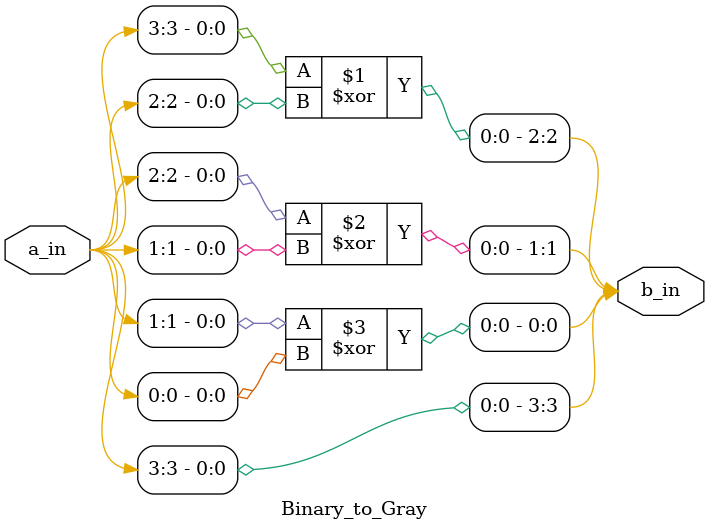
<source format=v>
module Binary_to_Gray(input [3:0] a_in , output [3:0] b_in);

assign b_in[3] = a_in[3];
assign b_in[2] = a_in[3] ^ a_in[2];
assign b_in[1] = a_in[2] ^ a_in[1];
assign b_in[0] = a_in[1] ^ a_in[0];

endmodule
</source>
